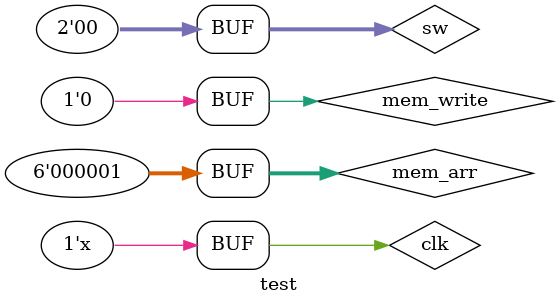
<source format=v>
`timescale 1ns / 1ps


module test;

	// Inputs
	reg [7:2] mem_arr;
	reg [1:0] sw;
	reg mem_write;
	reg clk;

	// Outputs
	wire [7:0] led;

	// Instantiate the Unit Under Test (UUT)
	cunchuqi uut (
		.mem_arr(mem_arr), 
		.sw(sw), 
		.mem_write(mem_write), 
		.clk(clk), 
		.led(led)
	);

	initial begin
		// Initialize Inputs
		mem_arr = 0;
		sw = 0;
		mem_write = 0;
		clk = 0;

		// Wait 100 ns for global reset to finish
		#100;
      mem_arr = 6'b000000;
		sw = 2'b00;
		mem_write = 1;

		// Wait 100 ns for global reset to finish
		#100;
		mem_arr = 6'b000000;
		sw = 2'b00;
		mem_write = 0;

		// Wait 100 ns for global reset to finish
		#100;
		mem_arr = 6'b000000;
		sw = 2'b01;
		mem_write = 0;

		// Wait 100 ns for global reset to finish
		#100;
		mem_arr = 6'b000000;
		sw = 2'b10;
		mem_write = 0;

		// Wait 100 ns for global reset to finish
		#100;
		mem_arr = 6'b000000;
		sw = 2'b11;
		mem_write = 0;

		// Wait 100 ns for global reset to finish
		#100;
		mem_arr = 6'b000001;
		sw = 2'b00;
		mem_write = 0;

		// Wait 100 ns for global reset to finish
		#100;
		// Add stimulus here

	end
      always #5 clk=~clk;
endmodule


</source>
